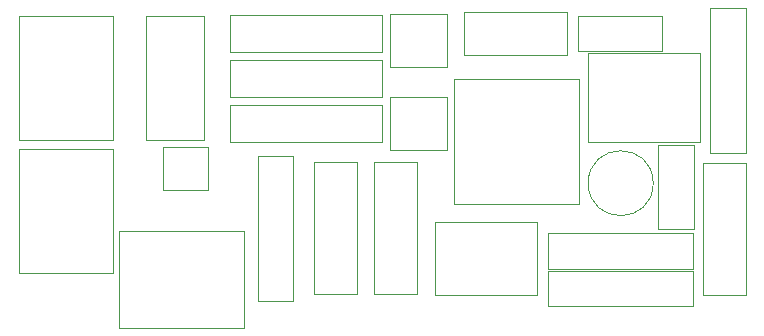
<source format=gbr>
%TF.GenerationSoftware,KiCad,Pcbnew,(5.1.5)-3*%
%TF.CreationDate,2020-09-12T07:11:51+09:30*%
%TF.ProjectId,robotcontrol,726f626f-7463-46f6-9e74-726f6c2e6b69,rev?*%
%TF.SameCoordinates,Original*%
%TF.FileFunction,Other,User*%
%FSLAX46Y46*%
G04 Gerber Fmt 4.6, Leading zero omitted, Abs format (unit mm)*
G04 Created by KiCad (PCBNEW (5.1.5)-3) date 2020-09-12 07:11:51*
%MOMM*%
%LPD*%
G04 APERTURE LIST*
%ADD10C,0.050000*%
G04 APERTURE END LIST*
D10*
%TO.C,BT1*%
X92520000Y-109199500D02*
X92520000Y-98699500D01*
X92520000Y-109199500D02*
X100520000Y-109199500D01*
X100520000Y-98699500D02*
X92520000Y-98699500D01*
X100520000Y-98699500D02*
X100520000Y-109199500D01*
%TO.C,U3*%
X129370800Y-92744000D02*
X129370800Y-103344000D01*
X139970800Y-92744000D02*
X139970800Y-103344000D01*
X129370800Y-92744000D02*
X139970800Y-92744000D01*
X129370800Y-103344000D02*
X139970800Y-103344000D01*
%TO.C,J6*%
X136420000Y-104880000D02*
X127770000Y-104880000D01*
X127770000Y-104880000D02*
X127770000Y-111030000D01*
X127770000Y-111030000D02*
X136420000Y-111030000D01*
X136420000Y-111030000D02*
X136420000Y-104880000D01*
%TO.C,U2*%
X103280000Y-97960000D02*
X108190000Y-97960000D01*
X108190000Y-97960000D02*
X108190000Y-87460000D01*
X108190000Y-87460000D02*
X103280000Y-87460000D01*
X103280000Y-87460000D02*
X103280000Y-97960000D01*
%TO.C,U1*%
X104780000Y-98530000D02*
X108580000Y-98530000D01*
X108580000Y-98530000D02*
X108580000Y-102130000D01*
X108580000Y-102130000D02*
X104780000Y-102130000D01*
X104780000Y-102130000D02*
X104780000Y-98530000D01*
%TO.C,SW2*%
X149990000Y-98075000D02*
X150240000Y-98075000D01*
X150240000Y-98075000D02*
X150240000Y-97825000D01*
X149990000Y-90575000D02*
X150240000Y-90575000D01*
X150240000Y-90575000D02*
X150240000Y-90825000D01*
X140740000Y-90825000D02*
X140740000Y-90575000D01*
X140740000Y-90575000D02*
X140990000Y-90575000D01*
X140740000Y-97825000D02*
X140740000Y-98075000D01*
X140740000Y-98075000D02*
X140990000Y-98075000D01*
X140990000Y-90575000D02*
X149990000Y-90575000D01*
X140740000Y-97825000D02*
X140740000Y-90825000D01*
X149990000Y-98075000D02*
X140990000Y-98075000D01*
X150240000Y-90825000D02*
X150240000Y-97825000D01*
%TO.C,SW1*%
X130280000Y-90700000D02*
X138930000Y-90700000D01*
X138930000Y-90700000D02*
X138930000Y-87100000D01*
X138930000Y-87100000D02*
X130280000Y-87100000D01*
X130280000Y-87100000D02*
X130280000Y-90700000D01*
%TO.C,R4*%
X137380000Y-105815000D02*
X137380000Y-108815000D01*
X137380000Y-108815000D02*
X149640000Y-108815000D01*
X149640000Y-108815000D02*
X149640000Y-105815000D01*
X149640000Y-105815000D02*
X137380000Y-105815000D01*
%TO.C,R3*%
X154103200Y-86783200D02*
X151103200Y-86783200D01*
X151103200Y-86783200D02*
X151103200Y-99043200D01*
X151103200Y-99043200D02*
X154103200Y-99043200D01*
X154103200Y-99043200D02*
X154103200Y-86783200D01*
%TO.C,R2*%
X112800000Y-111540000D02*
X115800000Y-111540000D01*
X115800000Y-111540000D02*
X115800000Y-99280000D01*
X115800000Y-99280000D02*
X112800000Y-99280000D01*
X112800000Y-99280000D02*
X112800000Y-111540000D01*
%TO.C,R1*%
X137380000Y-108990000D02*
X137380000Y-111990000D01*
X137380000Y-111990000D02*
X149640000Y-111990000D01*
X149640000Y-111990000D02*
X149640000Y-108990000D01*
X149640000Y-108990000D02*
X137380000Y-108990000D01*
%TO.C,J5*%
X150498400Y-99850800D02*
X150498400Y-111050800D01*
X150498400Y-111050800D02*
X154098400Y-111050800D01*
X154098400Y-111050800D02*
X154098400Y-99850800D01*
X154098400Y-99850800D02*
X150498400Y-99850800D01*
%TO.C,J4*%
X117580000Y-99800000D02*
X117580000Y-111000000D01*
X117580000Y-111000000D02*
X121180000Y-111000000D01*
X121180000Y-111000000D02*
X121180000Y-99800000D01*
X121180000Y-99800000D02*
X117580000Y-99800000D01*
%TO.C,J3*%
X122660000Y-99800000D02*
X122660000Y-111000000D01*
X122660000Y-111000000D02*
X126260000Y-111000000D01*
X126260000Y-111000000D02*
X126260000Y-99800000D01*
X126260000Y-99800000D02*
X122660000Y-99800000D01*
%TO.C,J2*%
X92520000Y-97960000D02*
X92520000Y-87460000D01*
X92520000Y-97960000D02*
X100520000Y-97960000D01*
X100520000Y-87460000D02*
X92520000Y-87460000D01*
X100520000Y-87460000D02*
X100520000Y-97960000D01*
%TO.C,J1*%
X101054400Y-105626000D02*
X101054400Y-113816000D01*
X101054400Y-113816000D02*
X111604400Y-113816000D01*
X111604400Y-113816000D02*
X111604400Y-105626000D01*
X111604400Y-105626000D02*
X101054400Y-105626000D01*
%TO.C,D5*%
X123945000Y-94270000D02*
X123945000Y-98770000D01*
X123945000Y-98770000D02*
X128795000Y-98770000D01*
X128795000Y-98770000D02*
X128795000Y-94270000D01*
X128795000Y-94270000D02*
X123945000Y-94270000D01*
%TO.C,D4*%
X110410000Y-87300000D02*
X110410000Y-90500000D01*
X110410000Y-90500000D02*
X123270000Y-90500000D01*
X123270000Y-90500000D02*
X123270000Y-87300000D01*
X123270000Y-87300000D02*
X110410000Y-87300000D01*
%TO.C,D3*%
X110410000Y-94920000D02*
X110410000Y-98120000D01*
X110410000Y-98120000D02*
X123270000Y-98120000D01*
X123270000Y-98120000D02*
X123270000Y-94920000D01*
X123270000Y-94920000D02*
X110410000Y-94920000D01*
%TO.C,D2*%
X123945000Y-87285000D02*
X123945000Y-91785000D01*
X123945000Y-91785000D02*
X128795000Y-91785000D01*
X128795000Y-91785000D02*
X128795000Y-87285000D01*
X128795000Y-87285000D02*
X123945000Y-87285000D01*
%TO.C,D1*%
X110410000Y-91110000D02*
X110410000Y-94310000D01*
X110410000Y-94310000D02*
X123270000Y-94310000D01*
X123270000Y-94310000D02*
X123270000Y-91110000D01*
X123270000Y-91110000D02*
X110410000Y-91110000D01*
%TO.C,C3*%
X146260000Y-101580000D02*
G75*
G03X146260000Y-101580000I-2750000J0D01*
G01*
%TO.C,C2*%
X149683600Y-98365600D02*
X146683600Y-98365600D01*
X146683600Y-98365600D02*
X146683600Y-105465600D01*
X146683600Y-105465600D02*
X149683600Y-105465600D01*
X149683600Y-105465600D02*
X149683600Y-98365600D01*
%TO.C,C1*%
X139920000Y-87400000D02*
X139920000Y-90400000D01*
X139920000Y-90400000D02*
X147020000Y-90400000D01*
X147020000Y-90400000D02*
X147020000Y-87400000D01*
X147020000Y-87400000D02*
X139920000Y-87400000D01*
%TD*%
M02*

</source>
